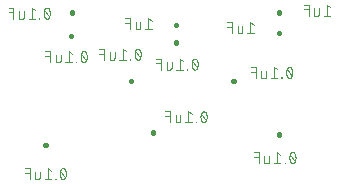
<source format=gbo>
G04 EAGLE Gerber X2 export*
G75*
%MOMM*%
%FSLAX34Y34*%
%LPD*%
%AMOC8*
5,1,8,0,0,1.08239X$1,22.5*%
G01*
%ADD10C,0.381000*%
%ADD11C,0.076200*%


D10*
X39091Y50038D02*
X39649Y50038D01*
D11*
X55659Y29048D02*
X55738Y28881D01*
X55813Y28712D01*
X55884Y28541D01*
X55951Y28369D01*
X56013Y28195D01*
X56072Y28019D01*
X56126Y27843D01*
X56176Y27665D01*
X56222Y27485D01*
X56264Y27305D01*
X56301Y27124D01*
X56334Y26942D01*
X56363Y26760D01*
X56387Y26576D01*
X56407Y26392D01*
X56422Y26208D01*
X56433Y26024D01*
X56440Y25839D01*
X56442Y25654D01*
X55660Y29048D02*
X55630Y29128D01*
X55597Y29207D01*
X55560Y29284D01*
X55520Y29360D01*
X55477Y29434D01*
X55431Y29506D01*
X55381Y29575D01*
X55329Y29643D01*
X55273Y29708D01*
X55215Y29771D01*
X55153Y29830D01*
X55090Y29888D01*
X55023Y29942D01*
X54955Y29993D01*
X54884Y30041D01*
X54811Y30086D01*
X54737Y30128D01*
X54660Y30166D01*
X54582Y30201D01*
X54503Y30233D01*
X54422Y30261D01*
X54340Y30285D01*
X54256Y30306D01*
X54173Y30323D01*
X54088Y30336D01*
X54003Y30345D01*
X53918Y30351D01*
X53832Y30353D01*
X53746Y30351D01*
X53661Y30345D01*
X53576Y30336D01*
X53491Y30323D01*
X53408Y30306D01*
X53324Y30285D01*
X53242Y30261D01*
X53162Y30233D01*
X53082Y30201D01*
X53004Y30166D01*
X52927Y30128D01*
X52853Y30086D01*
X52780Y30041D01*
X52709Y29993D01*
X52641Y29942D01*
X52574Y29888D01*
X52511Y29830D01*
X52450Y29771D01*
X52391Y29708D01*
X52336Y29643D01*
X52283Y29575D01*
X52233Y29506D01*
X52187Y29434D01*
X52144Y29360D01*
X52104Y29284D01*
X52067Y29207D01*
X52034Y29128D01*
X52004Y29048D01*
X51925Y28881D01*
X51850Y28712D01*
X51779Y28541D01*
X51712Y28369D01*
X51650Y28195D01*
X51591Y28019D01*
X51537Y27843D01*
X51487Y27665D01*
X51441Y27485D01*
X51399Y27305D01*
X51362Y27124D01*
X51329Y26942D01*
X51300Y26760D01*
X51276Y26576D01*
X51256Y26392D01*
X51241Y26208D01*
X51230Y26024D01*
X51223Y25839D01*
X51221Y25654D01*
X56442Y25654D02*
X56440Y25469D01*
X56433Y25284D01*
X56422Y25100D01*
X56407Y24916D01*
X56387Y24732D01*
X56363Y24548D01*
X56334Y24366D01*
X56301Y24184D01*
X56264Y24003D01*
X56222Y23823D01*
X56176Y23643D01*
X56126Y23465D01*
X56072Y23289D01*
X56013Y23113D01*
X55951Y22939D01*
X55884Y22767D01*
X55813Y22596D01*
X55738Y22427D01*
X55659Y22260D01*
X55660Y22260D02*
X55630Y22180D01*
X55597Y22101D01*
X55560Y22024D01*
X55520Y21948D01*
X55477Y21874D01*
X55431Y21802D01*
X55381Y21733D01*
X55328Y21665D01*
X55273Y21600D01*
X55214Y21537D01*
X55153Y21478D01*
X55090Y21420D01*
X55023Y21366D01*
X54955Y21315D01*
X54884Y21267D01*
X54811Y21222D01*
X54737Y21180D01*
X54660Y21142D01*
X54582Y21107D01*
X54503Y21075D01*
X54422Y21047D01*
X54340Y21023D01*
X54256Y21002D01*
X54173Y20985D01*
X54088Y20972D01*
X54003Y20963D01*
X53918Y20957D01*
X53832Y20955D01*
X52004Y22260D02*
X51925Y22427D01*
X51850Y22596D01*
X51779Y22767D01*
X51712Y22939D01*
X51650Y23113D01*
X51591Y23289D01*
X51537Y23465D01*
X51487Y23643D01*
X51441Y23823D01*
X51399Y24003D01*
X51362Y24184D01*
X51329Y24366D01*
X51300Y24548D01*
X51276Y24732D01*
X51256Y24916D01*
X51241Y25100D01*
X51230Y25284D01*
X51223Y25469D01*
X51221Y25654D01*
X52004Y22260D02*
X52034Y22180D01*
X52067Y22101D01*
X52104Y22024D01*
X52144Y21948D01*
X52187Y21874D01*
X52233Y21802D01*
X52283Y21733D01*
X52336Y21665D01*
X52391Y21600D01*
X52450Y21537D01*
X52511Y21478D01*
X52574Y21420D01*
X52641Y21366D01*
X52709Y21315D01*
X52780Y21267D01*
X52853Y21222D01*
X52927Y21180D01*
X53004Y21142D01*
X53082Y21107D01*
X53162Y21075D01*
X53242Y21047D01*
X53324Y21023D01*
X53408Y21002D01*
X53491Y20985D01*
X53576Y20972D01*
X53661Y20963D01*
X53746Y20957D01*
X53832Y20955D01*
X55920Y23043D02*
X51743Y28265D01*
X47692Y21477D02*
X47692Y20955D01*
X47692Y21477D02*
X47170Y21477D01*
X47170Y20955D01*
X47692Y20955D01*
X43641Y28265D02*
X41030Y30353D01*
X41030Y20955D01*
X43641Y20955D02*
X38419Y20955D01*
X34279Y22521D02*
X34279Y27220D01*
X34279Y22521D02*
X34277Y22444D01*
X34271Y22368D01*
X34262Y22291D01*
X34249Y22215D01*
X34232Y22140D01*
X34212Y22066D01*
X34187Y21993D01*
X34160Y21922D01*
X34129Y21851D01*
X34094Y21783D01*
X34056Y21716D01*
X34015Y21651D01*
X33971Y21588D01*
X33924Y21528D01*
X33873Y21469D01*
X33820Y21414D01*
X33765Y21361D01*
X33706Y21310D01*
X33646Y21263D01*
X33583Y21219D01*
X33518Y21178D01*
X33451Y21140D01*
X33383Y21105D01*
X33312Y21074D01*
X33241Y21047D01*
X33168Y21022D01*
X33094Y21002D01*
X33019Y20985D01*
X32943Y20972D01*
X32866Y20963D01*
X32790Y20957D01*
X32713Y20955D01*
X30102Y20955D01*
X30102Y27220D01*
X25640Y30353D02*
X25640Y20955D01*
X25640Y30353D02*
X21463Y30353D01*
X21463Y26176D02*
X25640Y26176D01*
D10*
X60960Y141961D02*
X60960Y142519D01*
D11*
X73258Y128108D02*
X73337Y127941D01*
X73412Y127772D01*
X73483Y127601D01*
X73550Y127429D01*
X73612Y127255D01*
X73671Y127079D01*
X73725Y126903D01*
X73775Y126725D01*
X73821Y126545D01*
X73863Y126365D01*
X73900Y126184D01*
X73933Y126002D01*
X73962Y125820D01*
X73986Y125636D01*
X74006Y125452D01*
X74021Y125268D01*
X74032Y125084D01*
X74039Y124899D01*
X74041Y124714D01*
X73258Y128108D02*
X73228Y128188D01*
X73195Y128267D01*
X73158Y128344D01*
X73118Y128420D01*
X73075Y128494D01*
X73029Y128566D01*
X72979Y128635D01*
X72927Y128703D01*
X72871Y128768D01*
X72813Y128831D01*
X72751Y128890D01*
X72688Y128948D01*
X72621Y129002D01*
X72553Y129053D01*
X72482Y129101D01*
X72409Y129146D01*
X72335Y129188D01*
X72258Y129226D01*
X72180Y129261D01*
X72101Y129293D01*
X72020Y129321D01*
X71938Y129345D01*
X71854Y129366D01*
X71771Y129383D01*
X71686Y129396D01*
X71601Y129405D01*
X71516Y129411D01*
X71430Y129413D01*
X71344Y129411D01*
X71259Y129405D01*
X71174Y129396D01*
X71089Y129383D01*
X71006Y129366D01*
X70922Y129345D01*
X70840Y129321D01*
X70760Y129293D01*
X70680Y129261D01*
X70602Y129226D01*
X70525Y129188D01*
X70451Y129146D01*
X70378Y129101D01*
X70307Y129053D01*
X70239Y129002D01*
X70172Y128948D01*
X70109Y128890D01*
X70048Y128831D01*
X69989Y128768D01*
X69934Y128703D01*
X69881Y128635D01*
X69831Y128566D01*
X69785Y128494D01*
X69742Y128420D01*
X69702Y128344D01*
X69665Y128267D01*
X69632Y128188D01*
X69602Y128108D01*
X69603Y128108D02*
X69524Y127941D01*
X69449Y127772D01*
X69378Y127601D01*
X69311Y127429D01*
X69249Y127255D01*
X69190Y127079D01*
X69136Y126903D01*
X69086Y126725D01*
X69040Y126545D01*
X68998Y126365D01*
X68961Y126184D01*
X68928Y126002D01*
X68899Y125820D01*
X68875Y125636D01*
X68855Y125452D01*
X68840Y125268D01*
X68829Y125084D01*
X68822Y124899D01*
X68820Y124714D01*
X74041Y124714D02*
X74039Y124529D01*
X74032Y124344D01*
X74021Y124160D01*
X74006Y123976D01*
X73986Y123792D01*
X73962Y123608D01*
X73933Y123426D01*
X73900Y123244D01*
X73863Y123063D01*
X73821Y122883D01*
X73775Y122703D01*
X73725Y122525D01*
X73671Y122349D01*
X73612Y122173D01*
X73550Y121999D01*
X73483Y121827D01*
X73412Y121656D01*
X73337Y121487D01*
X73258Y121320D01*
X73228Y121240D01*
X73195Y121161D01*
X73158Y121084D01*
X73118Y121008D01*
X73075Y120934D01*
X73029Y120862D01*
X72979Y120793D01*
X72926Y120725D01*
X72871Y120660D01*
X72812Y120597D01*
X72751Y120538D01*
X72688Y120480D01*
X72621Y120426D01*
X72553Y120375D01*
X72482Y120327D01*
X72409Y120282D01*
X72335Y120240D01*
X72258Y120202D01*
X72180Y120167D01*
X72101Y120135D01*
X72020Y120107D01*
X71938Y120083D01*
X71854Y120062D01*
X71771Y120045D01*
X71686Y120032D01*
X71601Y120023D01*
X71516Y120017D01*
X71430Y120015D01*
X69603Y121320D02*
X69524Y121487D01*
X69449Y121656D01*
X69378Y121827D01*
X69311Y121999D01*
X69249Y122173D01*
X69190Y122349D01*
X69136Y122525D01*
X69086Y122703D01*
X69040Y122883D01*
X68998Y123063D01*
X68961Y123244D01*
X68928Y123426D01*
X68899Y123608D01*
X68875Y123792D01*
X68855Y123976D01*
X68840Y124160D01*
X68829Y124344D01*
X68822Y124529D01*
X68820Y124714D01*
X69602Y121320D02*
X69632Y121240D01*
X69665Y121161D01*
X69702Y121084D01*
X69742Y121008D01*
X69785Y120934D01*
X69831Y120862D01*
X69881Y120793D01*
X69934Y120725D01*
X69989Y120660D01*
X70048Y120597D01*
X70109Y120538D01*
X70172Y120480D01*
X70239Y120426D01*
X70307Y120375D01*
X70378Y120327D01*
X70451Y120282D01*
X70525Y120240D01*
X70602Y120202D01*
X70680Y120167D01*
X70760Y120135D01*
X70840Y120107D01*
X70922Y120083D01*
X71006Y120062D01*
X71089Y120045D01*
X71174Y120032D01*
X71259Y120023D01*
X71344Y120017D01*
X71430Y120015D01*
X73519Y122103D02*
X69342Y127325D01*
X65291Y120537D02*
X65291Y120015D01*
X65291Y120537D02*
X64769Y120537D01*
X64769Y120015D01*
X65291Y120015D01*
X61239Y127325D02*
X58629Y129413D01*
X58629Y120015D01*
X61239Y120015D02*
X56018Y120015D01*
X51878Y121581D02*
X51878Y126280D01*
X51878Y121581D02*
X51876Y121504D01*
X51870Y121428D01*
X51861Y121351D01*
X51848Y121275D01*
X51831Y121200D01*
X51811Y121126D01*
X51786Y121053D01*
X51759Y120982D01*
X51728Y120911D01*
X51693Y120843D01*
X51655Y120776D01*
X51614Y120711D01*
X51570Y120648D01*
X51523Y120588D01*
X51472Y120529D01*
X51419Y120474D01*
X51364Y120421D01*
X51305Y120370D01*
X51245Y120323D01*
X51182Y120279D01*
X51117Y120238D01*
X51050Y120200D01*
X50982Y120165D01*
X50911Y120134D01*
X50840Y120107D01*
X50767Y120082D01*
X50693Y120062D01*
X50618Y120045D01*
X50542Y120032D01*
X50465Y120023D01*
X50389Y120017D01*
X50312Y120015D01*
X47701Y120015D01*
X47701Y126280D01*
X43239Y129413D02*
X43239Y120015D01*
X43239Y129413D02*
X39062Y129413D01*
X39062Y125236D02*
X43239Y125236D01*
D10*
X236728Y161519D02*
X236728Y162077D01*
D11*
X277424Y168783D02*
X280035Y166695D01*
X277424Y168783D02*
X277424Y159385D01*
X274814Y159385D02*
X280035Y159385D01*
X270674Y160951D02*
X270674Y165650D01*
X270673Y160951D02*
X270671Y160874D01*
X270665Y160798D01*
X270656Y160721D01*
X270643Y160645D01*
X270626Y160570D01*
X270606Y160496D01*
X270581Y160423D01*
X270554Y160352D01*
X270523Y160281D01*
X270488Y160213D01*
X270450Y160146D01*
X270409Y160081D01*
X270365Y160018D01*
X270318Y159958D01*
X270267Y159899D01*
X270214Y159844D01*
X270159Y159791D01*
X270100Y159740D01*
X270040Y159693D01*
X269977Y159649D01*
X269912Y159608D01*
X269845Y159570D01*
X269777Y159535D01*
X269706Y159504D01*
X269635Y159477D01*
X269562Y159452D01*
X269488Y159432D01*
X269413Y159415D01*
X269337Y159402D01*
X269260Y159393D01*
X269184Y159387D01*
X269107Y159385D01*
X266497Y159385D01*
X266497Y165650D01*
X262034Y168783D02*
X262034Y159385D01*
X262034Y168783D02*
X257858Y168783D01*
X257858Y164606D02*
X262034Y164606D01*
D10*
X111785Y104140D02*
X111227Y104140D01*
D11*
X119761Y126746D02*
X119759Y126931D01*
X119752Y127116D01*
X119741Y127300D01*
X119726Y127484D01*
X119706Y127668D01*
X119682Y127852D01*
X119653Y128034D01*
X119620Y128216D01*
X119583Y128397D01*
X119541Y128577D01*
X119495Y128757D01*
X119445Y128935D01*
X119391Y129111D01*
X119332Y129287D01*
X119270Y129461D01*
X119203Y129633D01*
X119132Y129804D01*
X119057Y129973D01*
X118978Y130140D01*
X118948Y130220D01*
X118915Y130299D01*
X118878Y130376D01*
X118838Y130452D01*
X118795Y130526D01*
X118749Y130598D01*
X118699Y130667D01*
X118647Y130735D01*
X118591Y130800D01*
X118533Y130863D01*
X118471Y130922D01*
X118408Y130980D01*
X118341Y131034D01*
X118273Y131085D01*
X118202Y131133D01*
X118129Y131178D01*
X118055Y131220D01*
X117978Y131258D01*
X117900Y131293D01*
X117821Y131325D01*
X117740Y131353D01*
X117658Y131377D01*
X117574Y131398D01*
X117491Y131415D01*
X117406Y131428D01*
X117321Y131437D01*
X117236Y131443D01*
X117150Y131445D01*
X117064Y131443D01*
X116979Y131437D01*
X116894Y131428D01*
X116809Y131415D01*
X116726Y131398D01*
X116642Y131377D01*
X116560Y131353D01*
X116480Y131325D01*
X116400Y131293D01*
X116322Y131258D01*
X116245Y131220D01*
X116171Y131178D01*
X116098Y131133D01*
X116027Y131085D01*
X115959Y131034D01*
X115892Y130980D01*
X115829Y130922D01*
X115768Y130863D01*
X115709Y130800D01*
X115654Y130735D01*
X115601Y130667D01*
X115551Y130598D01*
X115505Y130526D01*
X115462Y130452D01*
X115422Y130376D01*
X115385Y130299D01*
X115352Y130220D01*
X115322Y130140D01*
X115323Y130140D02*
X115244Y129973D01*
X115169Y129804D01*
X115098Y129633D01*
X115031Y129461D01*
X114969Y129287D01*
X114910Y129111D01*
X114856Y128935D01*
X114806Y128757D01*
X114760Y128577D01*
X114718Y128397D01*
X114681Y128216D01*
X114648Y128034D01*
X114619Y127852D01*
X114595Y127668D01*
X114575Y127484D01*
X114560Y127300D01*
X114549Y127116D01*
X114542Y126931D01*
X114540Y126746D01*
X119761Y126746D02*
X119759Y126561D01*
X119752Y126376D01*
X119741Y126192D01*
X119726Y126008D01*
X119706Y125824D01*
X119682Y125640D01*
X119653Y125458D01*
X119620Y125276D01*
X119583Y125095D01*
X119541Y124915D01*
X119495Y124735D01*
X119445Y124557D01*
X119391Y124381D01*
X119332Y124205D01*
X119270Y124031D01*
X119203Y123859D01*
X119132Y123688D01*
X119057Y123519D01*
X118978Y123352D01*
X118948Y123272D01*
X118915Y123193D01*
X118878Y123116D01*
X118838Y123040D01*
X118795Y122966D01*
X118749Y122894D01*
X118699Y122825D01*
X118646Y122757D01*
X118591Y122692D01*
X118532Y122629D01*
X118471Y122570D01*
X118408Y122512D01*
X118341Y122458D01*
X118273Y122407D01*
X118202Y122359D01*
X118129Y122314D01*
X118055Y122272D01*
X117978Y122234D01*
X117900Y122199D01*
X117821Y122167D01*
X117740Y122139D01*
X117658Y122115D01*
X117574Y122094D01*
X117491Y122077D01*
X117406Y122064D01*
X117321Y122055D01*
X117236Y122049D01*
X117150Y122047D01*
X115323Y123352D02*
X115244Y123519D01*
X115169Y123688D01*
X115098Y123859D01*
X115031Y124031D01*
X114969Y124205D01*
X114910Y124381D01*
X114856Y124557D01*
X114806Y124735D01*
X114760Y124915D01*
X114718Y125095D01*
X114681Y125276D01*
X114648Y125458D01*
X114619Y125640D01*
X114595Y125824D01*
X114575Y126008D01*
X114560Y126192D01*
X114549Y126376D01*
X114542Y126561D01*
X114540Y126746D01*
X115322Y123352D02*
X115352Y123272D01*
X115385Y123193D01*
X115422Y123116D01*
X115462Y123040D01*
X115505Y122966D01*
X115551Y122894D01*
X115601Y122825D01*
X115654Y122757D01*
X115709Y122692D01*
X115768Y122629D01*
X115829Y122570D01*
X115892Y122512D01*
X115959Y122458D01*
X116027Y122407D01*
X116098Y122359D01*
X116171Y122314D01*
X116245Y122272D01*
X116322Y122234D01*
X116400Y122199D01*
X116480Y122167D01*
X116560Y122139D01*
X116642Y122115D01*
X116726Y122094D01*
X116809Y122077D01*
X116894Y122064D01*
X116979Y122055D01*
X117064Y122049D01*
X117150Y122047D01*
X119239Y124135D02*
X115062Y129357D01*
X111011Y122569D02*
X111011Y122047D01*
X111011Y122569D02*
X110489Y122569D01*
X110489Y122047D01*
X111011Y122047D01*
X106959Y129357D02*
X104349Y131445D01*
X104349Y122047D01*
X106959Y122047D02*
X101738Y122047D01*
X97598Y123613D02*
X97598Y128312D01*
X97598Y123613D02*
X97596Y123536D01*
X97590Y123460D01*
X97581Y123383D01*
X97568Y123307D01*
X97551Y123232D01*
X97531Y123158D01*
X97506Y123085D01*
X97479Y123014D01*
X97448Y122943D01*
X97413Y122875D01*
X97375Y122808D01*
X97334Y122743D01*
X97290Y122680D01*
X97243Y122620D01*
X97192Y122561D01*
X97139Y122506D01*
X97084Y122453D01*
X97025Y122402D01*
X96965Y122355D01*
X96902Y122311D01*
X96837Y122270D01*
X96770Y122232D01*
X96702Y122197D01*
X96631Y122166D01*
X96560Y122139D01*
X96487Y122114D01*
X96413Y122094D01*
X96338Y122077D01*
X96262Y122064D01*
X96185Y122055D01*
X96109Y122049D01*
X96032Y122047D01*
X93421Y122047D01*
X93421Y128312D01*
X88959Y131445D02*
X88959Y122047D01*
X88959Y131445D02*
X84782Y131445D01*
X84782Y127268D02*
X88959Y127268D01*
D10*
X236474Y59207D02*
X236474Y58649D01*
D11*
X250042Y42510D02*
X250121Y42343D01*
X250196Y42174D01*
X250267Y42003D01*
X250334Y41831D01*
X250396Y41657D01*
X250455Y41481D01*
X250509Y41305D01*
X250559Y41127D01*
X250605Y40947D01*
X250647Y40767D01*
X250684Y40586D01*
X250717Y40404D01*
X250746Y40222D01*
X250770Y40038D01*
X250790Y39854D01*
X250805Y39670D01*
X250816Y39486D01*
X250823Y39301D01*
X250825Y39116D01*
X250042Y42510D02*
X250012Y42590D01*
X249979Y42669D01*
X249942Y42746D01*
X249902Y42822D01*
X249859Y42896D01*
X249813Y42968D01*
X249763Y43037D01*
X249711Y43105D01*
X249655Y43170D01*
X249597Y43233D01*
X249535Y43292D01*
X249472Y43350D01*
X249405Y43404D01*
X249337Y43455D01*
X249266Y43503D01*
X249193Y43548D01*
X249119Y43590D01*
X249042Y43628D01*
X248964Y43663D01*
X248885Y43695D01*
X248804Y43723D01*
X248722Y43747D01*
X248638Y43768D01*
X248555Y43785D01*
X248470Y43798D01*
X248385Y43807D01*
X248300Y43813D01*
X248214Y43815D01*
X248128Y43813D01*
X248043Y43807D01*
X247958Y43798D01*
X247873Y43785D01*
X247790Y43768D01*
X247706Y43747D01*
X247624Y43723D01*
X247544Y43695D01*
X247464Y43663D01*
X247386Y43628D01*
X247309Y43590D01*
X247235Y43548D01*
X247162Y43503D01*
X247091Y43455D01*
X247023Y43404D01*
X246956Y43350D01*
X246893Y43292D01*
X246832Y43233D01*
X246773Y43170D01*
X246718Y43105D01*
X246665Y43037D01*
X246615Y42968D01*
X246569Y42896D01*
X246526Y42822D01*
X246486Y42746D01*
X246449Y42669D01*
X246416Y42590D01*
X246386Y42510D01*
X246387Y42510D02*
X246308Y42343D01*
X246233Y42174D01*
X246162Y42003D01*
X246095Y41831D01*
X246033Y41657D01*
X245974Y41481D01*
X245920Y41305D01*
X245870Y41127D01*
X245824Y40947D01*
X245782Y40767D01*
X245745Y40586D01*
X245712Y40404D01*
X245683Y40222D01*
X245659Y40038D01*
X245639Y39854D01*
X245624Y39670D01*
X245613Y39486D01*
X245606Y39301D01*
X245604Y39116D01*
X250825Y39116D02*
X250823Y38931D01*
X250816Y38746D01*
X250805Y38562D01*
X250790Y38378D01*
X250770Y38194D01*
X250746Y38010D01*
X250717Y37828D01*
X250684Y37646D01*
X250647Y37465D01*
X250605Y37285D01*
X250559Y37105D01*
X250509Y36927D01*
X250455Y36751D01*
X250396Y36575D01*
X250334Y36401D01*
X250267Y36229D01*
X250196Y36058D01*
X250121Y35889D01*
X250042Y35722D01*
X250012Y35642D01*
X249979Y35563D01*
X249942Y35486D01*
X249902Y35410D01*
X249859Y35336D01*
X249813Y35264D01*
X249763Y35195D01*
X249710Y35127D01*
X249655Y35062D01*
X249596Y34999D01*
X249535Y34940D01*
X249472Y34882D01*
X249405Y34828D01*
X249337Y34777D01*
X249266Y34729D01*
X249193Y34684D01*
X249119Y34642D01*
X249042Y34604D01*
X248964Y34569D01*
X248885Y34537D01*
X248804Y34509D01*
X248722Y34485D01*
X248638Y34464D01*
X248555Y34447D01*
X248470Y34434D01*
X248385Y34425D01*
X248300Y34419D01*
X248214Y34417D01*
X246387Y35722D02*
X246308Y35889D01*
X246233Y36058D01*
X246162Y36229D01*
X246095Y36401D01*
X246033Y36575D01*
X245974Y36751D01*
X245920Y36927D01*
X245870Y37105D01*
X245824Y37285D01*
X245782Y37465D01*
X245745Y37646D01*
X245712Y37828D01*
X245683Y38010D01*
X245659Y38194D01*
X245639Y38378D01*
X245624Y38562D01*
X245613Y38746D01*
X245606Y38931D01*
X245604Y39116D01*
X246386Y35722D02*
X246416Y35642D01*
X246449Y35563D01*
X246486Y35486D01*
X246526Y35410D01*
X246569Y35336D01*
X246615Y35264D01*
X246665Y35195D01*
X246718Y35127D01*
X246773Y35062D01*
X246832Y34999D01*
X246893Y34940D01*
X246956Y34882D01*
X247023Y34828D01*
X247091Y34777D01*
X247162Y34729D01*
X247235Y34684D01*
X247309Y34642D01*
X247386Y34604D01*
X247464Y34569D01*
X247544Y34537D01*
X247624Y34509D01*
X247706Y34485D01*
X247790Y34464D01*
X247873Y34447D01*
X247958Y34434D01*
X248043Y34425D01*
X248128Y34419D01*
X248214Y34417D01*
X250303Y36505D02*
X246126Y41727D01*
X242075Y34939D02*
X242075Y34417D01*
X242075Y34939D02*
X241553Y34939D01*
X241553Y34417D01*
X242075Y34417D01*
X238023Y41727D02*
X235413Y43815D01*
X235413Y34417D01*
X238023Y34417D02*
X232802Y34417D01*
X228662Y35983D02*
X228662Y40682D01*
X228662Y35983D02*
X228660Y35906D01*
X228654Y35830D01*
X228645Y35753D01*
X228632Y35677D01*
X228615Y35602D01*
X228595Y35528D01*
X228570Y35455D01*
X228543Y35384D01*
X228512Y35313D01*
X228477Y35245D01*
X228439Y35178D01*
X228398Y35113D01*
X228354Y35050D01*
X228307Y34990D01*
X228256Y34931D01*
X228203Y34876D01*
X228148Y34823D01*
X228089Y34772D01*
X228029Y34725D01*
X227966Y34681D01*
X227901Y34640D01*
X227834Y34602D01*
X227766Y34567D01*
X227695Y34536D01*
X227624Y34509D01*
X227551Y34484D01*
X227477Y34464D01*
X227402Y34447D01*
X227326Y34434D01*
X227249Y34425D01*
X227173Y34419D01*
X227096Y34417D01*
X224485Y34417D01*
X224485Y40682D01*
X220023Y43815D02*
X220023Y34417D01*
X220023Y43815D02*
X215846Y43815D01*
X215846Y39638D02*
X220023Y39638D01*
D10*
X129794Y60173D02*
X129794Y60731D01*
D11*
X175568Y73660D02*
X175566Y73845D01*
X175559Y74030D01*
X175548Y74214D01*
X175533Y74398D01*
X175513Y74582D01*
X175489Y74766D01*
X175460Y74948D01*
X175427Y75130D01*
X175390Y75311D01*
X175348Y75491D01*
X175302Y75671D01*
X175252Y75849D01*
X175198Y76025D01*
X175139Y76201D01*
X175077Y76375D01*
X175010Y76547D01*
X174939Y76718D01*
X174864Y76887D01*
X174785Y77054D01*
X174786Y77054D02*
X174756Y77134D01*
X174723Y77213D01*
X174686Y77290D01*
X174646Y77366D01*
X174603Y77440D01*
X174557Y77512D01*
X174507Y77581D01*
X174455Y77649D01*
X174399Y77714D01*
X174341Y77777D01*
X174279Y77836D01*
X174216Y77894D01*
X174149Y77948D01*
X174081Y77999D01*
X174010Y78047D01*
X173937Y78092D01*
X173863Y78134D01*
X173786Y78172D01*
X173708Y78207D01*
X173629Y78239D01*
X173548Y78267D01*
X173466Y78291D01*
X173382Y78312D01*
X173299Y78329D01*
X173214Y78342D01*
X173129Y78351D01*
X173044Y78357D01*
X172958Y78359D01*
X172872Y78357D01*
X172787Y78351D01*
X172702Y78342D01*
X172617Y78329D01*
X172534Y78312D01*
X172450Y78291D01*
X172368Y78267D01*
X172288Y78239D01*
X172208Y78207D01*
X172130Y78172D01*
X172053Y78134D01*
X171979Y78092D01*
X171906Y78047D01*
X171835Y77999D01*
X171767Y77948D01*
X171700Y77894D01*
X171637Y77836D01*
X171576Y77777D01*
X171517Y77714D01*
X171462Y77649D01*
X171409Y77581D01*
X171359Y77512D01*
X171313Y77440D01*
X171270Y77366D01*
X171230Y77290D01*
X171193Y77213D01*
X171160Y77134D01*
X171130Y77054D01*
X171051Y76887D01*
X170976Y76718D01*
X170905Y76547D01*
X170838Y76375D01*
X170776Y76201D01*
X170717Y76025D01*
X170663Y75849D01*
X170613Y75671D01*
X170567Y75491D01*
X170525Y75311D01*
X170488Y75130D01*
X170455Y74948D01*
X170426Y74766D01*
X170402Y74582D01*
X170382Y74398D01*
X170367Y74214D01*
X170356Y74030D01*
X170349Y73845D01*
X170347Y73660D01*
X175568Y73660D02*
X175566Y73475D01*
X175559Y73290D01*
X175548Y73106D01*
X175533Y72922D01*
X175513Y72738D01*
X175489Y72554D01*
X175460Y72372D01*
X175427Y72190D01*
X175390Y72009D01*
X175348Y71829D01*
X175302Y71649D01*
X175252Y71471D01*
X175198Y71295D01*
X175139Y71119D01*
X175077Y70945D01*
X175010Y70773D01*
X174939Y70602D01*
X174864Y70433D01*
X174785Y70266D01*
X174786Y70266D02*
X174756Y70186D01*
X174723Y70107D01*
X174686Y70030D01*
X174646Y69954D01*
X174603Y69880D01*
X174557Y69808D01*
X174507Y69739D01*
X174454Y69671D01*
X174399Y69606D01*
X174340Y69543D01*
X174279Y69484D01*
X174216Y69426D01*
X174149Y69372D01*
X174081Y69321D01*
X174010Y69273D01*
X173937Y69228D01*
X173863Y69186D01*
X173786Y69148D01*
X173708Y69113D01*
X173629Y69081D01*
X173548Y69053D01*
X173466Y69029D01*
X173382Y69008D01*
X173299Y68991D01*
X173214Y68978D01*
X173129Y68969D01*
X173044Y68963D01*
X172958Y68961D01*
X171130Y70266D02*
X171051Y70433D01*
X170976Y70602D01*
X170905Y70773D01*
X170838Y70945D01*
X170776Y71119D01*
X170717Y71295D01*
X170663Y71471D01*
X170613Y71649D01*
X170567Y71829D01*
X170525Y72009D01*
X170488Y72190D01*
X170455Y72372D01*
X170426Y72554D01*
X170402Y72738D01*
X170382Y72922D01*
X170367Y73106D01*
X170356Y73290D01*
X170349Y73475D01*
X170347Y73660D01*
X171130Y70266D02*
X171160Y70186D01*
X171193Y70107D01*
X171230Y70030D01*
X171270Y69954D01*
X171313Y69880D01*
X171359Y69808D01*
X171409Y69739D01*
X171462Y69671D01*
X171517Y69606D01*
X171576Y69543D01*
X171637Y69484D01*
X171700Y69426D01*
X171767Y69372D01*
X171835Y69321D01*
X171906Y69273D01*
X171979Y69228D01*
X172053Y69186D01*
X172130Y69148D01*
X172208Y69113D01*
X172288Y69081D01*
X172368Y69053D01*
X172450Y69029D01*
X172534Y69008D01*
X172617Y68991D01*
X172702Y68978D01*
X172787Y68969D01*
X172872Y68963D01*
X172958Y68961D01*
X175046Y71049D02*
X170869Y76271D01*
X166818Y69483D02*
X166818Y68961D01*
X166818Y69483D02*
X166296Y69483D01*
X166296Y68961D01*
X166818Y68961D01*
X162767Y76271D02*
X160156Y78359D01*
X160156Y68961D01*
X162767Y68961D02*
X157545Y68961D01*
X153405Y70527D02*
X153405Y75226D01*
X153405Y70527D02*
X153403Y70450D01*
X153397Y70374D01*
X153388Y70297D01*
X153375Y70221D01*
X153358Y70146D01*
X153338Y70072D01*
X153313Y69999D01*
X153286Y69928D01*
X153255Y69857D01*
X153220Y69789D01*
X153182Y69722D01*
X153141Y69657D01*
X153097Y69594D01*
X153050Y69534D01*
X152999Y69475D01*
X152946Y69420D01*
X152891Y69367D01*
X152832Y69316D01*
X152772Y69269D01*
X152709Y69225D01*
X152644Y69184D01*
X152577Y69146D01*
X152509Y69111D01*
X152438Y69080D01*
X152367Y69053D01*
X152294Y69028D01*
X152220Y69008D01*
X152145Y68991D01*
X152069Y68978D01*
X151992Y68969D01*
X151916Y68963D01*
X151839Y68961D01*
X149228Y68961D01*
X149228Y75226D01*
X144766Y78359D02*
X144766Y68961D01*
X144766Y78359D02*
X140589Y78359D01*
X140589Y74182D02*
X144766Y74182D01*
D10*
X236474Y144501D02*
X236474Y145059D01*
D11*
X215265Y151709D02*
X212654Y153797D01*
X212654Y144399D01*
X210044Y144399D02*
X215265Y144399D01*
X205904Y145965D02*
X205904Y150664D01*
X205903Y145965D02*
X205901Y145888D01*
X205895Y145812D01*
X205886Y145735D01*
X205873Y145659D01*
X205856Y145584D01*
X205836Y145510D01*
X205811Y145437D01*
X205784Y145366D01*
X205753Y145295D01*
X205718Y145227D01*
X205680Y145160D01*
X205639Y145095D01*
X205595Y145032D01*
X205548Y144972D01*
X205497Y144913D01*
X205444Y144858D01*
X205389Y144805D01*
X205330Y144754D01*
X205270Y144707D01*
X205207Y144663D01*
X205142Y144622D01*
X205075Y144584D01*
X205007Y144549D01*
X204936Y144518D01*
X204865Y144491D01*
X204792Y144466D01*
X204718Y144446D01*
X204643Y144429D01*
X204567Y144416D01*
X204490Y144407D01*
X204414Y144401D01*
X204337Y144399D01*
X201727Y144399D01*
X201727Y150664D01*
X197264Y153797D02*
X197264Y144399D01*
X197264Y153797D02*
X193088Y153797D01*
X193088Y149620D02*
X197264Y149620D01*
D10*
X197841Y104140D02*
X198399Y104140D01*
D11*
X247248Y114646D02*
X247327Y114479D01*
X247402Y114310D01*
X247473Y114139D01*
X247540Y113967D01*
X247602Y113793D01*
X247661Y113617D01*
X247715Y113441D01*
X247765Y113263D01*
X247811Y113083D01*
X247853Y112903D01*
X247890Y112722D01*
X247923Y112540D01*
X247952Y112358D01*
X247976Y112174D01*
X247996Y111990D01*
X248011Y111806D01*
X248022Y111622D01*
X248029Y111437D01*
X248031Y111252D01*
X247248Y114646D02*
X247218Y114726D01*
X247185Y114805D01*
X247148Y114882D01*
X247108Y114958D01*
X247065Y115032D01*
X247019Y115104D01*
X246969Y115173D01*
X246917Y115241D01*
X246861Y115306D01*
X246803Y115369D01*
X246741Y115428D01*
X246678Y115486D01*
X246611Y115540D01*
X246543Y115591D01*
X246472Y115639D01*
X246399Y115684D01*
X246325Y115726D01*
X246248Y115764D01*
X246170Y115799D01*
X246091Y115831D01*
X246010Y115859D01*
X245928Y115883D01*
X245844Y115904D01*
X245761Y115921D01*
X245676Y115934D01*
X245591Y115943D01*
X245506Y115949D01*
X245420Y115951D01*
X245334Y115949D01*
X245249Y115943D01*
X245164Y115934D01*
X245079Y115921D01*
X244996Y115904D01*
X244912Y115883D01*
X244830Y115859D01*
X244750Y115831D01*
X244670Y115799D01*
X244592Y115764D01*
X244515Y115726D01*
X244441Y115684D01*
X244368Y115639D01*
X244297Y115591D01*
X244229Y115540D01*
X244162Y115486D01*
X244099Y115428D01*
X244038Y115369D01*
X243979Y115306D01*
X243924Y115241D01*
X243871Y115173D01*
X243821Y115104D01*
X243775Y115032D01*
X243732Y114958D01*
X243692Y114882D01*
X243655Y114805D01*
X243622Y114726D01*
X243592Y114646D01*
X243593Y114646D02*
X243514Y114479D01*
X243439Y114310D01*
X243368Y114139D01*
X243301Y113967D01*
X243239Y113793D01*
X243180Y113617D01*
X243126Y113441D01*
X243076Y113263D01*
X243030Y113083D01*
X242988Y112903D01*
X242951Y112722D01*
X242918Y112540D01*
X242889Y112358D01*
X242865Y112174D01*
X242845Y111990D01*
X242830Y111806D01*
X242819Y111622D01*
X242812Y111437D01*
X242810Y111252D01*
X248031Y111252D02*
X248029Y111067D01*
X248022Y110882D01*
X248011Y110698D01*
X247996Y110514D01*
X247976Y110330D01*
X247952Y110146D01*
X247923Y109964D01*
X247890Y109782D01*
X247853Y109601D01*
X247811Y109421D01*
X247765Y109241D01*
X247715Y109063D01*
X247661Y108887D01*
X247602Y108711D01*
X247540Y108537D01*
X247473Y108365D01*
X247402Y108194D01*
X247327Y108025D01*
X247248Y107858D01*
X247218Y107778D01*
X247185Y107699D01*
X247148Y107622D01*
X247108Y107546D01*
X247065Y107472D01*
X247019Y107400D01*
X246969Y107331D01*
X246916Y107263D01*
X246861Y107198D01*
X246802Y107135D01*
X246741Y107076D01*
X246678Y107018D01*
X246611Y106964D01*
X246543Y106913D01*
X246472Y106865D01*
X246399Y106820D01*
X246325Y106778D01*
X246248Y106740D01*
X246170Y106705D01*
X246091Y106673D01*
X246010Y106645D01*
X245928Y106621D01*
X245844Y106600D01*
X245761Y106583D01*
X245676Y106570D01*
X245591Y106561D01*
X245506Y106555D01*
X245420Y106553D01*
X243593Y107858D02*
X243514Y108025D01*
X243439Y108194D01*
X243368Y108365D01*
X243301Y108537D01*
X243239Y108711D01*
X243180Y108887D01*
X243126Y109063D01*
X243076Y109241D01*
X243030Y109421D01*
X242988Y109601D01*
X242951Y109782D01*
X242918Y109964D01*
X242889Y110146D01*
X242865Y110330D01*
X242845Y110514D01*
X242830Y110698D01*
X242819Y110882D01*
X242812Y111067D01*
X242810Y111252D01*
X243592Y107858D02*
X243622Y107778D01*
X243655Y107699D01*
X243692Y107622D01*
X243732Y107546D01*
X243775Y107472D01*
X243821Y107400D01*
X243871Y107331D01*
X243924Y107263D01*
X243979Y107198D01*
X244038Y107135D01*
X244099Y107076D01*
X244162Y107018D01*
X244229Y106964D01*
X244297Y106913D01*
X244368Y106865D01*
X244441Y106820D01*
X244515Y106778D01*
X244592Y106740D01*
X244670Y106705D01*
X244750Y106673D01*
X244830Y106645D01*
X244912Y106621D01*
X244996Y106600D01*
X245079Y106583D01*
X245164Y106570D01*
X245249Y106561D01*
X245334Y106555D01*
X245420Y106553D01*
X247509Y108641D02*
X243332Y113863D01*
X239281Y107075D02*
X239281Y106553D01*
X239281Y107075D02*
X238759Y107075D01*
X238759Y106553D01*
X239281Y106553D01*
X235229Y113863D02*
X232619Y115951D01*
X232619Y106553D01*
X235229Y106553D02*
X230008Y106553D01*
X225868Y108119D02*
X225868Y112818D01*
X225868Y108119D02*
X225866Y108042D01*
X225860Y107966D01*
X225851Y107889D01*
X225838Y107813D01*
X225821Y107738D01*
X225801Y107664D01*
X225776Y107591D01*
X225749Y107520D01*
X225718Y107449D01*
X225683Y107381D01*
X225645Y107314D01*
X225604Y107249D01*
X225560Y107186D01*
X225513Y107126D01*
X225462Y107067D01*
X225409Y107012D01*
X225354Y106959D01*
X225295Y106908D01*
X225235Y106861D01*
X225172Y106817D01*
X225107Y106776D01*
X225040Y106738D01*
X224972Y106703D01*
X224901Y106672D01*
X224830Y106645D01*
X224757Y106620D01*
X224683Y106600D01*
X224608Y106583D01*
X224532Y106570D01*
X224455Y106561D01*
X224379Y106555D01*
X224302Y106553D01*
X221691Y106553D01*
X221691Y112818D01*
X217229Y115951D02*
X217229Y106553D01*
X217229Y115951D02*
X213052Y115951D01*
X213052Y111774D02*
X217229Y111774D01*
D10*
X149606Y136373D02*
X149606Y136931D01*
D11*
X167238Y121758D02*
X167317Y121591D01*
X167392Y121422D01*
X167463Y121251D01*
X167530Y121079D01*
X167592Y120905D01*
X167651Y120729D01*
X167705Y120553D01*
X167755Y120375D01*
X167801Y120195D01*
X167843Y120015D01*
X167880Y119834D01*
X167913Y119652D01*
X167942Y119470D01*
X167966Y119286D01*
X167986Y119102D01*
X168001Y118918D01*
X168012Y118734D01*
X168019Y118549D01*
X168021Y118364D01*
X167238Y121758D02*
X167208Y121838D01*
X167175Y121917D01*
X167138Y121994D01*
X167098Y122070D01*
X167055Y122144D01*
X167009Y122216D01*
X166959Y122285D01*
X166907Y122353D01*
X166851Y122418D01*
X166793Y122481D01*
X166731Y122540D01*
X166668Y122598D01*
X166601Y122652D01*
X166533Y122703D01*
X166462Y122751D01*
X166389Y122796D01*
X166315Y122838D01*
X166238Y122876D01*
X166160Y122911D01*
X166081Y122943D01*
X166000Y122971D01*
X165918Y122995D01*
X165834Y123016D01*
X165751Y123033D01*
X165666Y123046D01*
X165581Y123055D01*
X165496Y123061D01*
X165410Y123063D01*
X165324Y123061D01*
X165239Y123055D01*
X165154Y123046D01*
X165069Y123033D01*
X164986Y123016D01*
X164902Y122995D01*
X164820Y122971D01*
X164740Y122943D01*
X164660Y122911D01*
X164582Y122876D01*
X164505Y122838D01*
X164431Y122796D01*
X164358Y122751D01*
X164287Y122703D01*
X164219Y122652D01*
X164152Y122598D01*
X164089Y122540D01*
X164028Y122481D01*
X163969Y122418D01*
X163914Y122353D01*
X163861Y122285D01*
X163811Y122216D01*
X163765Y122144D01*
X163722Y122070D01*
X163682Y121994D01*
X163645Y121917D01*
X163612Y121838D01*
X163582Y121758D01*
X163583Y121758D02*
X163504Y121591D01*
X163429Y121422D01*
X163358Y121251D01*
X163291Y121079D01*
X163229Y120905D01*
X163170Y120729D01*
X163116Y120553D01*
X163066Y120375D01*
X163020Y120195D01*
X162978Y120015D01*
X162941Y119834D01*
X162908Y119652D01*
X162879Y119470D01*
X162855Y119286D01*
X162835Y119102D01*
X162820Y118918D01*
X162809Y118734D01*
X162802Y118549D01*
X162800Y118364D01*
X168021Y118364D02*
X168019Y118179D01*
X168012Y117994D01*
X168001Y117810D01*
X167986Y117626D01*
X167966Y117442D01*
X167942Y117258D01*
X167913Y117076D01*
X167880Y116894D01*
X167843Y116713D01*
X167801Y116533D01*
X167755Y116353D01*
X167705Y116175D01*
X167651Y115999D01*
X167592Y115823D01*
X167530Y115649D01*
X167463Y115477D01*
X167392Y115306D01*
X167317Y115137D01*
X167238Y114970D01*
X167208Y114890D01*
X167175Y114811D01*
X167138Y114734D01*
X167098Y114658D01*
X167055Y114584D01*
X167009Y114512D01*
X166959Y114443D01*
X166906Y114375D01*
X166851Y114310D01*
X166792Y114247D01*
X166731Y114188D01*
X166668Y114130D01*
X166601Y114076D01*
X166533Y114025D01*
X166462Y113977D01*
X166389Y113932D01*
X166315Y113890D01*
X166238Y113852D01*
X166160Y113817D01*
X166081Y113785D01*
X166000Y113757D01*
X165918Y113733D01*
X165834Y113712D01*
X165751Y113695D01*
X165666Y113682D01*
X165581Y113673D01*
X165496Y113667D01*
X165410Y113665D01*
X163583Y114970D02*
X163504Y115137D01*
X163429Y115306D01*
X163358Y115477D01*
X163291Y115649D01*
X163229Y115823D01*
X163170Y115999D01*
X163116Y116175D01*
X163066Y116353D01*
X163020Y116533D01*
X162978Y116713D01*
X162941Y116894D01*
X162908Y117076D01*
X162879Y117258D01*
X162855Y117442D01*
X162835Y117626D01*
X162820Y117810D01*
X162809Y117994D01*
X162802Y118179D01*
X162800Y118364D01*
X163582Y114970D02*
X163612Y114890D01*
X163645Y114811D01*
X163682Y114734D01*
X163722Y114658D01*
X163765Y114584D01*
X163811Y114512D01*
X163861Y114443D01*
X163914Y114375D01*
X163969Y114310D01*
X164028Y114247D01*
X164089Y114188D01*
X164152Y114130D01*
X164219Y114076D01*
X164287Y114025D01*
X164358Y113977D01*
X164431Y113932D01*
X164505Y113890D01*
X164582Y113852D01*
X164660Y113817D01*
X164740Y113785D01*
X164820Y113757D01*
X164902Y113733D01*
X164986Y113712D01*
X165069Y113695D01*
X165154Y113682D01*
X165239Y113673D01*
X165324Y113667D01*
X165410Y113665D01*
X167499Y115753D02*
X163322Y120975D01*
X159271Y114187D02*
X159271Y113665D01*
X159271Y114187D02*
X158749Y114187D01*
X158749Y113665D01*
X159271Y113665D01*
X155219Y120975D02*
X152609Y123063D01*
X152609Y113665D01*
X155219Y113665D02*
X149998Y113665D01*
X145858Y115231D02*
X145858Y119930D01*
X145858Y115231D02*
X145856Y115154D01*
X145850Y115078D01*
X145841Y115001D01*
X145828Y114925D01*
X145811Y114850D01*
X145791Y114776D01*
X145766Y114703D01*
X145739Y114632D01*
X145708Y114561D01*
X145673Y114493D01*
X145635Y114426D01*
X145594Y114361D01*
X145550Y114298D01*
X145503Y114238D01*
X145452Y114179D01*
X145399Y114124D01*
X145344Y114071D01*
X145285Y114020D01*
X145225Y113973D01*
X145162Y113929D01*
X145097Y113888D01*
X145030Y113850D01*
X144962Y113815D01*
X144891Y113784D01*
X144820Y113757D01*
X144747Y113732D01*
X144673Y113712D01*
X144598Y113695D01*
X144522Y113682D01*
X144445Y113673D01*
X144369Y113667D01*
X144292Y113665D01*
X141681Y113665D01*
X141681Y119930D01*
X137219Y123063D02*
X137219Y113665D01*
X137219Y123063D02*
X133042Y123063D01*
X133042Y118886D02*
X137219Y118886D01*
D10*
X61214Y161519D02*
X61214Y162077D01*
D11*
X42799Y161544D02*
X42797Y161729D01*
X42790Y161914D01*
X42779Y162098D01*
X42764Y162282D01*
X42744Y162466D01*
X42720Y162650D01*
X42691Y162832D01*
X42658Y163014D01*
X42621Y163195D01*
X42579Y163375D01*
X42533Y163555D01*
X42483Y163733D01*
X42429Y163909D01*
X42370Y164085D01*
X42308Y164259D01*
X42241Y164431D01*
X42170Y164602D01*
X42095Y164771D01*
X42016Y164938D01*
X41986Y165018D01*
X41953Y165097D01*
X41916Y165174D01*
X41876Y165250D01*
X41833Y165324D01*
X41787Y165396D01*
X41737Y165465D01*
X41685Y165533D01*
X41629Y165598D01*
X41571Y165661D01*
X41509Y165720D01*
X41446Y165778D01*
X41379Y165832D01*
X41311Y165883D01*
X41240Y165931D01*
X41167Y165976D01*
X41093Y166018D01*
X41016Y166056D01*
X40938Y166091D01*
X40859Y166123D01*
X40778Y166151D01*
X40696Y166175D01*
X40612Y166196D01*
X40529Y166213D01*
X40444Y166226D01*
X40359Y166235D01*
X40274Y166241D01*
X40188Y166243D01*
X40102Y166241D01*
X40017Y166235D01*
X39932Y166226D01*
X39847Y166213D01*
X39764Y166196D01*
X39680Y166175D01*
X39598Y166151D01*
X39518Y166123D01*
X39438Y166091D01*
X39360Y166056D01*
X39283Y166018D01*
X39209Y165976D01*
X39136Y165931D01*
X39065Y165883D01*
X38997Y165832D01*
X38930Y165778D01*
X38867Y165720D01*
X38806Y165661D01*
X38747Y165598D01*
X38692Y165533D01*
X38639Y165465D01*
X38589Y165396D01*
X38543Y165324D01*
X38500Y165250D01*
X38460Y165174D01*
X38423Y165097D01*
X38390Y165018D01*
X38360Y164938D01*
X38361Y164938D02*
X38282Y164771D01*
X38207Y164602D01*
X38136Y164431D01*
X38069Y164259D01*
X38007Y164085D01*
X37948Y163909D01*
X37894Y163733D01*
X37844Y163555D01*
X37798Y163375D01*
X37756Y163195D01*
X37719Y163014D01*
X37686Y162832D01*
X37657Y162650D01*
X37633Y162466D01*
X37613Y162282D01*
X37598Y162098D01*
X37587Y161914D01*
X37580Y161729D01*
X37578Y161544D01*
X42799Y161544D02*
X42797Y161359D01*
X42790Y161174D01*
X42779Y160990D01*
X42764Y160806D01*
X42744Y160622D01*
X42720Y160438D01*
X42691Y160256D01*
X42658Y160074D01*
X42621Y159893D01*
X42579Y159713D01*
X42533Y159533D01*
X42483Y159355D01*
X42429Y159179D01*
X42370Y159003D01*
X42308Y158829D01*
X42241Y158657D01*
X42170Y158486D01*
X42095Y158317D01*
X42016Y158150D01*
X41986Y158070D01*
X41953Y157991D01*
X41916Y157914D01*
X41876Y157838D01*
X41833Y157764D01*
X41787Y157692D01*
X41737Y157623D01*
X41684Y157555D01*
X41629Y157490D01*
X41570Y157427D01*
X41509Y157368D01*
X41446Y157310D01*
X41379Y157256D01*
X41311Y157205D01*
X41240Y157157D01*
X41167Y157112D01*
X41093Y157070D01*
X41016Y157032D01*
X40938Y156997D01*
X40859Y156965D01*
X40778Y156937D01*
X40696Y156913D01*
X40612Y156892D01*
X40529Y156875D01*
X40444Y156862D01*
X40359Y156853D01*
X40274Y156847D01*
X40188Y156845D01*
X38361Y158150D02*
X38282Y158317D01*
X38207Y158486D01*
X38136Y158657D01*
X38069Y158829D01*
X38007Y159003D01*
X37948Y159179D01*
X37894Y159355D01*
X37844Y159533D01*
X37798Y159713D01*
X37756Y159893D01*
X37719Y160074D01*
X37686Y160256D01*
X37657Y160438D01*
X37633Y160622D01*
X37613Y160806D01*
X37598Y160990D01*
X37587Y161174D01*
X37580Y161359D01*
X37578Y161544D01*
X38360Y158150D02*
X38390Y158070D01*
X38423Y157991D01*
X38460Y157914D01*
X38500Y157838D01*
X38543Y157764D01*
X38589Y157692D01*
X38639Y157623D01*
X38692Y157555D01*
X38747Y157490D01*
X38806Y157427D01*
X38867Y157368D01*
X38930Y157310D01*
X38997Y157256D01*
X39065Y157205D01*
X39136Y157157D01*
X39209Y157112D01*
X39283Y157070D01*
X39360Y157032D01*
X39438Y156997D01*
X39518Y156965D01*
X39598Y156937D01*
X39680Y156913D01*
X39764Y156892D01*
X39847Y156875D01*
X39932Y156862D01*
X40017Y156853D01*
X40102Y156847D01*
X40188Y156845D01*
X42277Y158933D02*
X38100Y164155D01*
X34049Y157367D02*
X34049Y156845D01*
X34049Y157367D02*
X33527Y157367D01*
X33527Y156845D01*
X34049Y156845D01*
X29997Y164155D02*
X27387Y166243D01*
X27387Y156845D01*
X29997Y156845D02*
X24776Y156845D01*
X20636Y158411D02*
X20636Y163110D01*
X20636Y158411D02*
X20634Y158334D01*
X20628Y158258D01*
X20619Y158181D01*
X20606Y158105D01*
X20589Y158030D01*
X20569Y157956D01*
X20544Y157883D01*
X20517Y157812D01*
X20486Y157741D01*
X20451Y157673D01*
X20413Y157606D01*
X20372Y157541D01*
X20328Y157478D01*
X20281Y157418D01*
X20230Y157359D01*
X20177Y157304D01*
X20122Y157251D01*
X20063Y157200D01*
X20003Y157153D01*
X19940Y157109D01*
X19875Y157068D01*
X19808Y157030D01*
X19740Y156995D01*
X19669Y156964D01*
X19598Y156937D01*
X19525Y156912D01*
X19451Y156892D01*
X19376Y156875D01*
X19300Y156862D01*
X19223Y156853D01*
X19147Y156847D01*
X19070Y156845D01*
X16459Y156845D01*
X16459Y163110D01*
X11997Y166243D02*
X11997Y156845D01*
X11997Y166243D02*
X7820Y166243D01*
X7820Y162066D02*
X11997Y162066D01*
D10*
X149606Y151663D02*
X149606Y151105D01*
D11*
X128905Y155011D02*
X126294Y157099D01*
X126294Y147701D01*
X123684Y147701D02*
X128905Y147701D01*
X119544Y149267D02*
X119544Y153966D01*
X119543Y149267D02*
X119541Y149190D01*
X119535Y149114D01*
X119526Y149037D01*
X119513Y148961D01*
X119496Y148886D01*
X119476Y148812D01*
X119451Y148739D01*
X119424Y148668D01*
X119393Y148597D01*
X119358Y148529D01*
X119320Y148462D01*
X119279Y148397D01*
X119235Y148334D01*
X119188Y148274D01*
X119137Y148215D01*
X119084Y148160D01*
X119029Y148107D01*
X118970Y148056D01*
X118910Y148009D01*
X118847Y147965D01*
X118782Y147924D01*
X118715Y147886D01*
X118647Y147851D01*
X118576Y147820D01*
X118505Y147793D01*
X118432Y147768D01*
X118358Y147748D01*
X118283Y147731D01*
X118207Y147718D01*
X118130Y147709D01*
X118054Y147703D01*
X117977Y147701D01*
X115367Y147701D01*
X115367Y153966D01*
X110904Y157099D02*
X110904Y147701D01*
X110904Y157099D02*
X106728Y157099D01*
X106728Y152922D02*
X110904Y152922D01*
M02*

</source>
